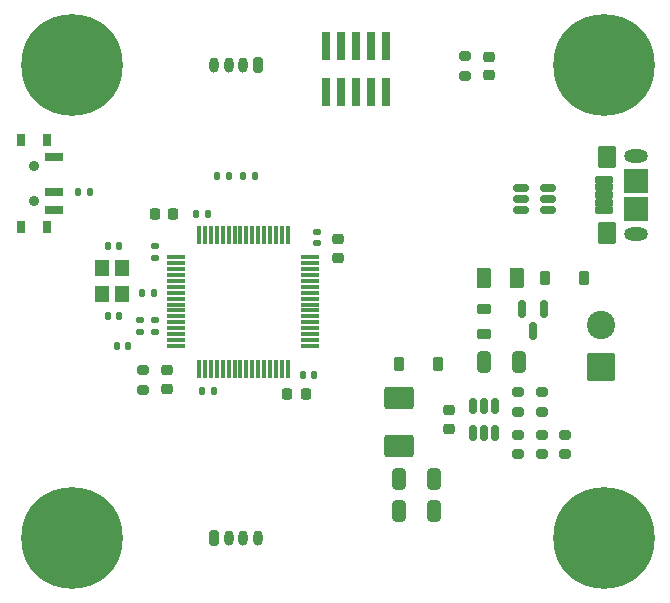
<source format=gts>
%TF.GenerationSoftware,KiCad,Pcbnew,9.0.1*%
%TF.CreationDate,2025-04-24T11:34:14-03:00*%
%TF.ProjectId,STM32_USB_Buck_Converter,53544d33-325f-4555-9342-5f4275636b5f,rev?*%
%TF.SameCoordinates,Original*%
%TF.FileFunction,Soldermask,Top*%
%TF.FilePolarity,Negative*%
%FSLAX46Y46*%
G04 Gerber Fmt 4.6, Leading zero omitted, Abs format (unit mm)*
G04 Created by KiCad (PCBNEW 9.0.1) date 2025-04-24 11:34:14*
%MOMM*%
%LPD*%
G01*
G04 APERTURE LIST*
G04 Aperture macros list*
%AMRoundRect*
0 Rectangle with rounded corners*
0 $1 Rounding radius*
0 $2 $3 $4 $5 $6 $7 $8 $9 X,Y pos of 4 corners*
0 Add a 4 corners polygon primitive as box body*
4,1,4,$2,$3,$4,$5,$6,$7,$8,$9,$2,$3,0*
0 Add four circle primitives for the rounded corners*
1,1,$1+$1,$2,$3*
1,1,$1+$1,$4,$5*
1,1,$1+$1,$6,$7*
1,1,$1+$1,$8,$9*
0 Add four rect primitives between the rounded corners*
20,1,$1+$1,$2,$3,$4,$5,0*
20,1,$1+$1,$4,$5,$6,$7,0*
20,1,$1+$1,$6,$7,$8,$9,0*
20,1,$1+$1,$8,$9,$2,$3,0*%
G04 Aperture macros list end*
%ADD10RoundRect,0.200000X0.275000X-0.200000X0.275000X0.200000X-0.275000X0.200000X-0.275000X-0.200000X0*%
%ADD11RoundRect,0.218750X0.256250X-0.218750X0.256250X0.218750X-0.256250X0.218750X-0.256250X-0.218750X0*%
%ADD12R,0.740000X2.400000*%
%ADD13R,1.500000X0.700000*%
%ADD14R,0.800000X1.000000*%
%ADD15C,0.900000*%
%ADD16RoundRect,0.140000X-0.140000X-0.170000X0.140000X-0.170000X0.140000X0.170000X-0.140000X0.170000X0*%
%ADD17RoundRect,0.102000X0.675000X-0.200000X0.675000X0.200000X-0.675000X0.200000X-0.675000X-0.200000X0*%
%ADD18O,2.004000X1.104000*%
%ADD19RoundRect,0.102000X0.700000X-0.800000X0.700000X0.800000X-0.700000X0.800000X-0.700000X-0.800000X0*%
%ADD20RoundRect,0.102000X0.950000X-0.950000X0.950000X0.950000X-0.950000X0.950000X-0.950000X-0.950000X0*%
%ADD21RoundRect,0.250000X-0.325000X-0.650000X0.325000X-0.650000X0.325000X0.650000X-0.325000X0.650000X0*%
%ADD22RoundRect,0.225000X0.250000X-0.225000X0.250000X0.225000X-0.250000X0.225000X-0.250000X-0.225000X0*%
%ADD23RoundRect,0.200000X-0.200000X-0.450000X0.200000X-0.450000X0.200000X0.450000X-0.200000X0.450000X0*%
%ADD24O,0.800000X1.300000*%
%ADD25C,8.600000*%
%ADD26RoundRect,0.250001X0.949999X-0.949999X0.949999X0.949999X-0.949999X0.949999X-0.949999X-0.949999X0*%
%ADD27C,2.400000*%
%ADD28RoundRect,0.250000X-1.000000X0.700000X-1.000000X-0.700000X1.000000X-0.700000X1.000000X0.700000X0*%
%ADD29RoundRect,0.150000X0.512500X0.150000X-0.512500X0.150000X-0.512500X-0.150000X0.512500X-0.150000X0*%
%ADD30RoundRect,0.135000X0.135000X0.185000X-0.135000X0.185000X-0.135000X-0.185000X0.135000X-0.185000X0*%
%ADD31RoundRect,0.200000X-0.275000X0.200000X-0.275000X-0.200000X0.275000X-0.200000X0.275000X0.200000X0*%
%ADD32RoundRect,0.140000X0.170000X-0.140000X0.170000X0.140000X-0.170000X0.140000X-0.170000X-0.140000X0*%
%ADD33RoundRect,0.150000X-0.150000X0.587500X-0.150000X-0.587500X0.150000X-0.587500X0.150000X0.587500X0*%
%ADD34RoundRect,0.218750X-0.381250X0.218750X-0.381250X-0.218750X0.381250X-0.218750X0.381250X0.218750X0*%
%ADD35RoundRect,0.140000X0.140000X0.170000X-0.140000X0.170000X-0.140000X-0.170000X0.140000X-0.170000X0*%
%ADD36RoundRect,0.225000X-0.225000X-0.375000X0.225000X-0.375000X0.225000X0.375000X-0.225000X0.375000X0*%
%ADD37RoundRect,0.225000X-0.225000X-0.250000X0.225000X-0.250000X0.225000X0.250000X-0.225000X0.250000X0*%
%ADD38RoundRect,0.147500X-0.147500X-0.172500X0.147500X-0.172500X0.147500X0.172500X-0.147500X0.172500X0*%
%ADD39RoundRect,0.135000X-0.135000X-0.185000X0.135000X-0.185000X0.135000X0.185000X-0.135000X0.185000X0*%
%ADD40R,1.200000X1.400000*%
%ADD41RoundRect,0.250000X0.375000X0.625000X-0.375000X0.625000X-0.375000X-0.625000X0.375000X-0.625000X0*%
%ADD42RoundRect,0.150000X0.150000X-0.512500X0.150000X0.512500X-0.150000X0.512500X-0.150000X-0.512500X0*%
%ADD43RoundRect,0.200000X0.200000X0.450000X-0.200000X0.450000X-0.200000X-0.450000X0.200000X-0.450000X0*%
%ADD44RoundRect,0.225000X0.225000X0.250000X-0.225000X0.250000X-0.225000X-0.250000X0.225000X-0.250000X0*%
%ADD45RoundRect,0.075000X-0.075000X-0.700000X0.075000X-0.700000X0.075000X0.700000X-0.075000X0.700000X0*%
%ADD46RoundRect,0.075000X-0.700000X-0.075000X0.700000X-0.075000X0.700000X0.075000X-0.700000X0.075000X0*%
G04 APERTURE END LIST*
D10*
%TO.C,R6*%
X144000000Y-75712500D03*
X144000000Y-77362500D03*
%TD*%
D11*
%TO.C,D3*%
X146000000Y-75750000D03*
X146000000Y-77325000D03*
%TD*%
D12*
%TO.C,J2*%
X137290000Y-74875000D03*
X137290000Y-78775000D03*
X136020000Y-74875000D03*
X136020000Y-78775000D03*
X134750000Y-74875000D03*
X134750000Y-78775000D03*
X133480000Y-74875000D03*
X133480000Y-78775000D03*
X132210000Y-74875000D03*
X132210000Y-78775000D03*
%TD*%
D13*
%TO.C,SW1*%
X109250000Y-88750000D03*
X109250000Y-87250000D03*
X109250000Y-84250000D03*
D14*
X106390000Y-90150000D03*
X108600000Y-90150000D03*
D15*
X107490000Y-88000000D03*
X107490000Y-85000000D03*
D14*
X106390000Y-82850000D03*
X108600000Y-82850000D03*
%TD*%
D16*
%TO.C,C8*%
X130250000Y-102750000D03*
X131210000Y-102750000D03*
%TD*%
D17*
%TO.C,J5*%
X155775000Y-88770000D03*
X155775000Y-88120000D03*
X155775000Y-87470000D03*
X155775000Y-86820000D03*
X155775000Y-86170000D03*
D18*
X158450000Y-90770000D03*
D19*
X156000000Y-90670000D03*
D20*
X158450000Y-88670000D03*
X158450000Y-86270000D03*
D19*
X156000000Y-84270000D03*
D18*
X158450000Y-84170000D03*
%TD*%
D21*
%TO.C,C1*%
X145625000Y-101600000D03*
X148575000Y-101600000D03*
%TD*%
D22*
%TO.C,C4*%
X142650000Y-105700000D03*
X142650000Y-107250000D03*
%TD*%
D10*
%TO.C,R2*%
X150500000Y-104175000D03*
X150500000Y-105825000D03*
%TD*%
D23*
%TO.C,J4*%
X122750000Y-116500000D03*
D24*
X124000000Y-116500000D03*
X125250000Y-116500000D03*
X126500000Y-116500000D03*
%TD*%
D15*
%TO.C,H3*%
X113975000Y-76500000D03*
X113030419Y-78780419D03*
X113030419Y-74219581D03*
X110750000Y-79725000D03*
D25*
X110750000Y-76500000D03*
D15*
X110750000Y-73275000D03*
X108469581Y-78780419D03*
X108469581Y-74219581D03*
X107525000Y-76500000D03*
%TD*%
%TO.C,H1*%
X158975000Y-76500000D03*
X158030419Y-78780419D03*
X158030419Y-74219581D03*
X155750000Y-79725000D03*
D25*
X155750000Y-76500000D03*
D15*
X155750000Y-73275000D03*
X153469581Y-78780419D03*
X153469581Y-74219581D03*
X152525000Y-76500000D03*
%TD*%
%TO.C,H2*%
X158975000Y-116500000D03*
X158030419Y-118780419D03*
X158030419Y-114219581D03*
X155750000Y-119725000D03*
D25*
X155750000Y-116500000D03*
D15*
X155750000Y-113275000D03*
X153469581Y-118780419D03*
X153469581Y-114219581D03*
X152525000Y-116500000D03*
%TD*%
D26*
%TO.C,J1*%
X155500000Y-102000000D03*
D27*
X155500000Y-98500000D03*
%TD*%
D16*
%TO.C,C10*%
X122210000Y-89075000D03*
X121250000Y-89075000D03*
%TD*%
D11*
%TO.C,D4*%
X118750000Y-102325000D03*
X118750000Y-103900000D03*
%TD*%
D28*
%TO.C,L1*%
X138400000Y-104650000D03*
X138400000Y-108750000D03*
%TD*%
D29*
%TO.C,U3*%
X151025000Y-88750000D03*
X151025000Y-87800000D03*
X151025000Y-86850000D03*
X148750000Y-86850000D03*
X148750000Y-87800000D03*
X148750000Y-88750000D03*
%TD*%
D30*
%TO.C,R10*%
X125250000Y-85825000D03*
X126270000Y-85825000D03*
%TD*%
D31*
%TO.C,R4*%
X150500000Y-107750000D03*
X150500000Y-109400000D03*
%TD*%
D32*
%TO.C,C6*%
X117750000Y-91825000D03*
X117750000Y-92785000D03*
%TD*%
D33*
%TO.C,Q1*%
X150700000Y-97125000D03*
X148800000Y-97125000D03*
X149750000Y-99000000D03*
%TD*%
D32*
%TO.C,C11*%
X116500000Y-98075000D03*
X116500000Y-99035000D03*
%TD*%
%TO.C,C12*%
X117750000Y-98075000D03*
X117750000Y-99035000D03*
%TD*%
D21*
%TO.C,C2*%
X138400000Y-111500000D03*
X141350000Y-111500000D03*
%TD*%
D22*
%TO.C,C14*%
X133250000Y-91225000D03*
X133250000Y-92775000D03*
%TD*%
D34*
%TO.C,FB1*%
X145600000Y-97125000D03*
X145600000Y-99250000D03*
%TD*%
D30*
%TO.C,R8*%
X116690000Y-95750000D03*
X117710000Y-95750000D03*
%TD*%
D10*
%TO.C,R5*%
X152500000Y-109400000D03*
X152500000Y-107750000D03*
%TD*%
D30*
%TO.C,R7*%
X111240000Y-87250000D03*
X112260000Y-87250000D03*
%TD*%
D35*
%TO.C,C16*%
X113770000Y-97750000D03*
X114730000Y-97750000D03*
%TD*%
D36*
%TO.C,D2*%
X138400000Y-101750000D03*
X141700000Y-101750000D03*
%TD*%
D32*
%TO.C,C9*%
X131500000Y-90575000D03*
X131500000Y-91535000D03*
%TD*%
D37*
%TO.C,C13*%
X130525000Y-104325000D03*
X128975000Y-104325000D03*
%TD*%
D38*
%TO.C,L2*%
X115485000Y-100250000D03*
X114515000Y-100250000D03*
%TD*%
D39*
%TO.C,R11*%
X124000000Y-85825000D03*
X122980000Y-85825000D03*
%TD*%
D40*
%TO.C,Y1*%
X115000000Y-93650000D03*
X115000000Y-95850000D03*
X113300000Y-95850000D03*
X113300000Y-93650000D03*
%TD*%
D41*
%TO.C,F1*%
X148400000Y-94500000D03*
X145600000Y-94500000D03*
%TD*%
D35*
%TO.C,C7*%
X121770000Y-104075000D03*
X122730000Y-104075000D03*
%TD*%
D16*
%TO.C,C15*%
X114730000Y-91750000D03*
X113770000Y-91750000D03*
%TD*%
D42*
%TO.C,U1*%
X144675000Y-107637500D03*
X145625000Y-107637500D03*
X146575000Y-107637500D03*
X146575000Y-105362500D03*
X145625000Y-105362500D03*
X144675000Y-105362500D03*
%TD*%
D21*
%TO.C,C3*%
X138425000Y-114250000D03*
X141375000Y-114250000D03*
%TD*%
D31*
%TO.C,R1*%
X148500000Y-104175000D03*
X148500000Y-105825000D03*
%TD*%
D24*
%TO.C,J3*%
X122750000Y-76500000D03*
X124000000Y-76500000D03*
X125250000Y-76500000D03*
D43*
X126500000Y-76500000D03*
%TD*%
D44*
%TO.C,C5*%
X117750000Y-89075000D03*
X119300000Y-89075000D03*
%TD*%
D10*
%TO.C,R9*%
X116750000Y-102325000D03*
X116750000Y-103975000D03*
%TD*%
D36*
%TO.C,D1*%
X150750000Y-94500000D03*
X154050000Y-94500000D03*
%TD*%
D10*
%TO.C,R3*%
X148500000Y-109400000D03*
X148500000Y-107750000D03*
%TD*%
D15*
%TO.C,H4*%
X107525000Y-116500000D03*
X108469581Y-114219581D03*
X108469581Y-118780419D03*
X110750000Y-113275000D03*
D25*
X110750000Y-116500000D03*
D15*
X110750000Y-119725000D03*
X113030419Y-114219581D03*
X113030419Y-118780419D03*
X113975000Y-116500000D03*
%TD*%
D45*
%TO.C,U2*%
X121500000Y-90825000D03*
X122000000Y-90825000D03*
X122500000Y-90825000D03*
X123000000Y-90825000D03*
X123500000Y-90825000D03*
X124000000Y-90825000D03*
X124500000Y-90825000D03*
X125000000Y-90825000D03*
X125500000Y-90825000D03*
X126000000Y-90825000D03*
X126500000Y-90825000D03*
X127000000Y-90825000D03*
X127500000Y-90825000D03*
X128000000Y-90825000D03*
X128500000Y-90825000D03*
X129000000Y-90825000D03*
D46*
X130925000Y-92750000D03*
X130925000Y-93250000D03*
X130925000Y-93750000D03*
X130925000Y-94250000D03*
X130925000Y-94750000D03*
X130925000Y-95250000D03*
X130925000Y-95750000D03*
X130925000Y-96250000D03*
X130925000Y-96750000D03*
X130925000Y-97250000D03*
X130925000Y-97750000D03*
X130925000Y-98250000D03*
X130925000Y-98750000D03*
X130925000Y-99250000D03*
X130925000Y-99750000D03*
X130925000Y-100250000D03*
D45*
X129000000Y-102175000D03*
X128500000Y-102175000D03*
X128000000Y-102175000D03*
X127500000Y-102175000D03*
X127000000Y-102175000D03*
X126500000Y-102175000D03*
X126000000Y-102175000D03*
X125500000Y-102175000D03*
X125000000Y-102175000D03*
X124500000Y-102175000D03*
X124000000Y-102175000D03*
X123500000Y-102175000D03*
X123000000Y-102175000D03*
X122500000Y-102175000D03*
X122000000Y-102175000D03*
X121500000Y-102175000D03*
D46*
X119575000Y-100250000D03*
X119575000Y-99750000D03*
X119575000Y-99250000D03*
X119575000Y-98750000D03*
X119575000Y-98250000D03*
X119575000Y-97750000D03*
X119575000Y-97250000D03*
X119575000Y-96750000D03*
X119575000Y-96250000D03*
X119575000Y-95750000D03*
X119575000Y-95250000D03*
X119575000Y-94750000D03*
X119575000Y-94250000D03*
X119575000Y-93750000D03*
X119575000Y-93250000D03*
X119575000Y-92750000D03*
%TD*%
M02*

</source>
